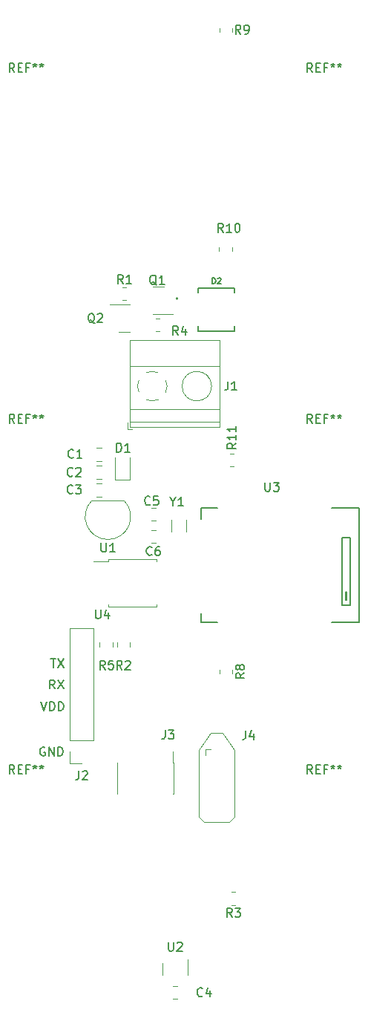
<source format=gbr>
%TF.GenerationSoftware,KiCad,Pcbnew,6.0.2+dfsg-1*%
%TF.CreationDate,2022-08-09T16:06:41+08:00*%
%TF.ProjectId,LightSwitch,4c696768-7453-4776-9974-63682e6b6963,rev?*%
%TF.SameCoordinates,Original*%
%TF.FileFunction,Legend,Top*%
%TF.FilePolarity,Positive*%
%FSLAX46Y46*%
G04 Gerber Fmt 4.6, Leading zero omitted, Abs format (unit mm)*
G04 Created by KiCad (PCBNEW 6.0.2+dfsg-1) date 2022-08-09 16:06:41*
%MOMM*%
%LPD*%
G01*
G04 APERTURE LIST*
%ADD10C,0.150000*%
%ADD11C,0.120000*%
%ADD12C,0.200000*%
%ADD13C,0.127000*%
G04 APERTURE END LIST*
D10*
X106125585Y-117254400D02*
X106030347Y-117206780D01*
X105887490Y-117206780D01*
X105744633Y-117254400D01*
X105649395Y-117349638D01*
X105601776Y-117444876D01*
X105554157Y-117635352D01*
X105554157Y-117778209D01*
X105601776Y-117968685D01*
X105649395Y-118063923D01*
X105744633Y-118159161D01*
X105887490Y-118206780D01*
X105982728Y-118206780D01*
X106125585Y-118159161D01*
X106173204Y-118111542D01*
X106173204Y-117778209D01*
X105982728Y-117778209D01*
X106601776Y-118206780D02*
X106601776Y-117206780D01*
X107173204Y-118206780D01*
X107173204Y-117206780D01*
X107649395Y-118206780D02*
X107649395Y-117206780D01*
X107887490Y-117206780D01*
X108030347Y-117254400D01*
X108125585Y-117349638D01*
X108173204Y-117444876D01*
X108220823Y-117635352D01*
X108220823Y-117778209D01*
X108173204Y-117968685D01*
X108125585Y-118063923D01*
X108030347Y-118159161D01*
X107887490Y-118206780D01*
X107649395Y-118206780D01*
X107268442Y-110535980D02*
X106935109Y-110059790D01*
X106697014Y-110535980D02*
X106697014Y-109535980D01*
X107077966Y-109535980D01*
X107173204Y-109583600D01*
X107220823Y-109631219D01*
X107268442Y-109726457D01*
X107268442Y-109869314D01*
X107220823Y-109964552D01*
X107173204Y-110012171D01*
X107077966Y-110059790D01*
X106697014Y-110059790D01*
X107601776Y-109535980D02*
X108268442Y-110535980D01*
X108268442Y-109535980D02*
X107601776Y-110535980D01*
X105700195Y-112025180D02*
X106033528Y-113025180D01*
X106366861Y-112025180D01*
X106700195Y-113025180D02*
X106700195Y-112025180D01*
X106938290Y-112025180D01*
X107081147Y-112072800D01*
X107176385Y-112168038D01*
X107224004Y-112263276D01*
X107271623Y-112453752D01*
X107271623Y-112596609D01*
X107224004Y-112787085D01*
X107176385Y-112882323D01*
X107081147Y-112977561D01*
X106938290Y-113025180D01*
X106700195Y-113025180D01*
X107700195Y-113025180D02*
X107700195Y-112025180D01*
X107938290Y-112025180D01*
X108081147Y-112072800D01*
X108176385Y-112168038D01*
X108224004Y-112263276D01*
X108271623Y-112453752D01*
X108271623Y-112596609D01*
X108224004Y-112787085D01*
X108176385Y-112882323D01*
X108081147Y-112977561D01*
X107938290Y-113025180D01*
X107700195Y-113025180D01*
X106792252Y-107148380D02*
X107363680Y-107148380D01*
X107077966Y-108148380D02*
X107077966Y-107148380D01*
X107601776Y-107148380D02*
X108268442Y-108148380D01*
X108268442Y-107148380D02*
X107601776Y-108148380D01*
%TO.C,U4*%
X111928695Y-101537380D02*
X111928695Y-102346904D01*
X111976314Y-102442142D01*
X112023933Y-102489761D01*
X112119171Y-102537380D01*
X112309647Y-102537380D01*
X112404885Y-102489761D01*
X112452504Y-102442142D01*
X112500123Y-102346904D01*
X112500123Y-101537380D01*
X113404885Y-101870714D02*
X113404885Y-102537380D01*
X113166790Y-101489761D02*
X112928695Y-102204047D01*
X113547742Y-102204047D01*
%TO.C,U3*%
X131267295Y-87031580D02*
X131267295Y-87841104D01*
X131314914Y-87936342D01*
X131362533Y-87983961D01*
X131457771Y-88031580D01*
X131648247Y-88031580D01*
X131743485Y-87983961D01*
X131791104Y-87936342D01*
X131838723Y-87841104D01*
X131838723Y-87031580D01*
X132219676Y-87031580D02*
X132838723Y-87031580D01*
X132505390Y-87412533D01*
X132648247Y-87412533D01*
X132743485Y-87460152D01*
X132791104Y-87507771D01*
X132838723Y-87603009D01*
X132838723Y-87841104D01*
X132791104Y-87936342D01*
X132743485Y-87983961D01*
X132648247Y-88031580D01*
X132362533Y-88031580D01*
X132267295Y-87983961D01*
X132219676Y-87936342D01*
%TO.C,C2*%
X109303733Y-86238742D02*
X109256114Y-86286361D01*
X109113257Y-86333980D01*
X109018019Y-86333980D01*
X108875161Y-86286361D01*
X108779923Y-86191123D01*
X108732304Y-86095885D01*
X108684685Y-85905409D01*
X108684685Y-85762552D01*
X108732304Y-85572076D01*
X108779923Y-85476838D01*
X108875161Y-85381600D01*
X109018019Y-85333980D01*
X109113257Y-85333980D01*
X109256114Y-85381600D01*
X109303733Y-85429219D01*
X109684685Y-85429219D02*
X109732304Y-85381600D01*
X109827542Y-85333980D01*
X110065638Y-85333980D01*
X110160876Y-85381600D01*
X110208495Y-85429219D01*
X110256114Y-85524457D01*
X110256114Y-85619695D01*
X110208495Y-85762552D01*
X109637066Y-86333980D01*
X110256114Y-86333980D01*
%TO.C,C6*%
X118349733Y-95251542D02*
X118302114Y-95299161D01*
X118159257Y-95346780D01*
X118064019Y-95346780D01*
X117921161Y-95299161D01*
X117825923Y-95203923D01*
X117778304Y-95108685D01*
X117730685Y-94918209D01*
X117730685Y-94775352D01*
X117778304Y-94584876D01*
X117825923Y-94489638D01*
X117921161Y-94394400D01*
X118064019Y-94346780D01*
X118159257Y-94346780D01*
X118302114Y-94394400D01*
X118349733Y-94442019D01*
X119206876Y-94346780D02*
X119016400Y-94346780D01*
X118921161Y-94394400D01*
X118873542Y-94442019D01*
X118778304Y-94584876D01*
X118730685Y-94775352D01*
X118730685Y-95156304D01*
X118778304Y-95251542D01*
X118825923Y-95299161D01*
X118921161Y-95346780D01*
X119111638Y-95346780D01*
X119206876Y-95299161D01*
X119254495Y-95251542D01*
X119302114Y-95156304D01*
X119302114Y-94918209D01*
X119254495Y-94822971D01*
X119206876Y-94775352D01*
X119111638Y-94727733D01*
X118921161Y-94727733D01*
X118825923Y-94775352D01*
X118778304Y-94822971D01*
X118730685Y-94918209D01*
%TO.C,C5*%
X118146533Y-89511142D02*
X118098914Y-89558761D01*
X117956057Y-89606380D01*
X117860819Y-89606380D01*
X117717961Y-89558761D01*
X117622723Y-89463523D01*
X117575104Y-89368285D01*
X117527485Y-89177809D01*
X117527485Y-89034952D01*
X117575104Y-88844476D01*
X117622723Y-88749238D01*
X117717961Y-88654000D01*
X117860819Y-88606380D01*
X117956057Y-88606380D01*
X118098914Y-88654000D01*
X118146533Y-88701619D01*
X119051295Y-88606380D02*
X118575104Y-88606380D01*
X118527485Y-89082571D01*
X118575104Y-89034952D01*
X118670342Y-88987333D01*
X118908438Y-88987333D01*
X119003676Y-89034952D01*
X119051295Y-89082571D01*
X119098914Y-89177809D01*
X119098914Y-89415904D01*
X119051295Y-89511142D01*
X119003676Y-89558761D01*
X118908438Y-89606380D01*
X118670342Y-89606380D01*
X118575104Y-89558761D01*
X118527485Y-89511142D01*
%TO.C,R11*%
X127960380Y-82557857D02*
X127484190Y-82891190D01*
X127960380Y-83129285D02*
X126960380Y-83129285D01*
X126960380Y-82748333D01*
X127008000Y-82653095D01*
X127055619Y-82605476D01*
X127150857Y-82557857D01*
X127293714Y-82557857D01*
X127388952Y-82605476D01*
X127436571Y-82653095D01*
X127484190Y-82748333D01*
X127484190Y-83129285D01*
X127960380Y-81605476D02*
X127960380Y-82176904D01*
X127960380Y-81891190D02*
X126960380Y-81891190D01*
X127103238Y-81986428D01*
X127198476Y-82081666D01*
X127246095Y-82176904D01*
X127960380Y-80653095D02*
X127960380Y-81224523D01*
X127960380Y-80938809D02*
X126960380Y-80938809D01*
X127103238Y-81034047D01*
X127198476Y-81129285D01*
X127246095Y-81224523D01*
%TO.C,J3*%
X119859466Y-115276380D02*
X119859466Y-115990666D01*
X119811847Y-116133523D01*
X119716609Y-116228761D01*
X119573752Y-116276380D01*
X119478514Y-116276380D01*
X120240419Y-115276380D02*
X120859466Y-115276380D01*
X120526133Y-115657333D01*
X120668990Y-115657333D01*
X120764228Y-115704952D01*
X120811847Y-115752571D01*
X120859466Y-115847809D01*
X120859466Y-116085904D01*
X120811847Y-116181142D01*
X120764228Y-116228761D01*
X120668990Y-116276380D01*
X120383276Y-116276380D01*
X120288038Y-116228761D01*
X120240419Y-116181142D01*
%TO.C,R1*%
X115046583Y-64356880D02*
X114713250Y-63880690D01*
X114475154Y-64356880D02*
X114475154Y-63356880D01*
X114856107Y-63356880D01*
X114951345Y-63404500D01*
X114998964Y-63452119D01*
X115046583Y-63547357D01*
X115046583Y-63690214D01*
X114998964Y-63785452D01*
X114951345Y-63833071D01*
X114856107Y-63880690D01*
X114475154Y-63880690D01*
X115998964Y-64356880D02*
X115427535Y-64356880D01*
X115713250Y-64356880D02*
X115713250Y-63356880D01*
X115618011Y-63499738D01*
X115522773Y-63594976D01*
X115427535Y-63642595D01*
%TO.C,REF\u002A\u002A*%
X102666666Y-80252380D02*
X102333333Y-79776190D01*
X102095238Y-80252380D02*
X102095238Y-79252380D01*
X102476190Y-79252380D01*
X102571428Y-79300000D01*
X102619047Y-79347619D01*
X102666666Y-79442857D01*
X102666666Y-79585714D01*
X102619047Y-79680952D01*
X102571428Y-79728571D01*
X102476190Y-79776190D01*
X102095238Y-79776190D01*
X103095238Y-79728571D02*
X103428571Y-79728571D01*
X103571428Y-80252380D02*
X103095238Y-80252380D01*
X103095238Y-79252380D01*
X103571428Y-79252380D01*
X104333333Y-79728571D02*
X104000000Y-79728571D01*
X104000000Y-80252380D02*
X104000000Y-79252380D01*
X104476190Y-79252380D01*
X105000000Y-79252380D02*
X105000000Y-79490476D01*
X104761904Y-79395238D02*
X105000000Y-79490476D01*
X105238095Y-79395238D01*
X104857142Y-79680952D02*
X105000000Y-79490476D01*
X105142857Y-79680952D01*
X105761904Y-79252380D02*
X105761904Y-79490476D01*
X105523809Y-79395238D02*
X105761904Y-79490476D01*
X106000000Y-79395238D01*
X105619047Y-79680952D02*
X105761904Y-79490476D01*
X105904761Y-79680952D01*
%TO.C,R2*%
X114946133Y-108351580D02*
X114612800Y-107875390D01*
X114374704Y-108351580D02*
X114374704Y-107351580D01*
X114755657Y-107351580D01*
X114850895Y-107399200D01*
X114898514Y-107446819D01*
X114946133Y-107542057D01*
X114946133Y-107684914D01*
X114898514Y-107780152D01*
X114850895Y-107827771D01*
X114755657Y-107875390D01*
X114374704Y-107875390D01*
X115327085Y-107446819D02*
X115374704Y-107399200D01*
X115469942Y-107351580D01*
X115708038Y-107351580D01*
X115803276Y-107399200D01*
X115850895Y-107446819D01*
X115898514Y-107542057D01*
X115898514Y-107637295D01*
X115850895Y-107780152D01*
X115279466Y-108351580D01*
X115898514Y-108351580D01*
%TO.C,D1*%
X114320304Y-83539980D02*
X114320304Y-82539980D01*
X114558400Y-82539980D01*
X114701257Y-82587600D01*
X114796495Y-82682838D01*
X114844114Y-82778076D01*
X114891733Y-82968552D01*
X114891733Y-83111409D01*
X114844114Y-83301885D01*
X114796495Y-83397123D01*
X114701257Y-83492361D01*
X114558400Y-83539980D01*
X114320304Y-83539980D01*
X115844114Y-83539980D02*
X115272685Y-83539980D01*
X115558400Y-83539980D02*
X115558400Y-82539980D01*
X115463161Y-82682838D01*
X115367923Y-82778076D01*
X115272685Y-82825695D01*
%TO.C,R3*%
X127491833Y-136569980D02*
X127158500Y-136093790D01*
X126920404Y-136569980D02*
X126920404Y-135569980D01*
X127301357Y-135569980D01*
X127396595Y-135617600D01*
X127444214Y-135665219D01*
X127491833Y-135760457D01*
X127491833Y-135903314D01*
X127444214Y-135998552D01*
X127396595Y-136046171D01*
X127301357Y-136093790D01*
X126920404Y-136093790D01*
X127825166Y-135569980D02*
X128444214Y-135569980D01*
X128110880Y-135950933D01*
X128253738Y-135950933D01*
X128348976Y-135998552D01*
X128396595Y-136046171D01*
X128444214Y-136141409D01*
X128444214Y-136379504D01*
X128396595Y-136474742D01*
X128348976Y-136522361D01*
X128253738Y-136569980D01*
X127968023Y-136569980D01*
X127872785Y-136522361D01*
X127825166Y-136474742D01*
%TO.C,J4*%
X129054266Y-115327180D02*
X129054266Y-116041466D01*
X129006647Y-116184323D01*
X128911409Y-116279561D01*
X128768552Y-116327180D01*
X128673314Y-116327180D01*
X129959028Y-115660514D02*
X129959028Y-116327180D01*
X129720933Y-115279561D02*
X129482838Y-115993847D01*
X130101885Y-115993847D01*
%TO.C,R8*%
X128902380Y-108766666D02*
X128426190Y-109100000D01*
X128902380Y-109338095D02*
X127902380Y-109338095D01*
X127902380Y-108957142D01*
X127950000Y-108861904D01*
X127997619Y-108814285D01*
X128092857Y-108766666D01*
X128235714Y-108766666D01*
X128330952Y-108814285D01*
X128378571Y-108861904D01*
X128426190Y-108957142D01*
X128426190Y-109338095D01*
X128330952Y-108195238D02*
X128283333Y-108290476D01*
X128235714Y-108338095D01*
X128140476Y-108385714D01*
X128092857Y-108385714D01*
X127997619Y-108338095D01*
X127950000Y-108290476D01*
X127902380Y-108195238D01*
X127902380Y-108004761D01*
X127950000Y-107909523D01*
X127997619Y-107861904D01*
X128092857Y-107814285D01*
X128140476Y-107814285D01*
X128235714Y-107861904D01*
X128283333Y-107909523D01*
X128330952Y-108004761D01*
X128330952Y-108195238D01*
X128378571Y-108290476D01*
X128426190Y-108338095D01*
X128521428Y-108385714D01*
X128711904Y-108385714D01*
X128807142Y-108338095D01*
X128854761Y-108290476D01*
X128902380Y-108195238D01*
X128902380Y-108004761D01*
X128854761Y-107909523D01*
X128807142Y-107861904D01*
X128711904Y-107814285D01*
X128521428Y-107814285D01*
X128426190Y-107861904D01*
X128378571Y-107909523D01*
X128330952Y-108004761D01*
%TO.C,R4*%
X121346933Y-70200780D02*
X121013600Y-69724590D01*
X120775504Y-70200780D02*
X120775504Y-69200780D01*
X121156457Y-69200780D01*
X121251695Y-69248400D01*
X121299314Y-69296019D01*
X121346933Y-69391257D01*
X121346933Y-69534114D01*
X121299314Y-69629352D01*
X121251695Y-69676971D01*
X121156457Y-69724590D01*
X120775504Y-69724590D01*
X122204076Y-69534114D02*
X122204076Y-70200780D01*
X121965980Y-69153161D02*
X121727885Y-69867447D01*
X122346933Y-69867447D01*
%TO.C,J1*%
X127022266Y-75499980D02*
X127022266Y-76214266D01*
X126974647Y-76357123D01*
X126879409Y-76452361D01*
X126736552Y-76499980D01*
X126641314Y-76499980D01*
X128022266Y-76499980D02*
X127450838Y-76499980D01*
X127736552Y-76499980D02*
X127736552Y-75499980D01*
X127641314Y-75642838D01*
X127546076Y-75738076D01*
X127450838Y-75785695D01*
%TO.C,R5*%
X113015733Y-108351580D02*
X112682400Y-107875390D01*
X112444304Y-108351580D02*
X112444304Y-107351580D01*
X112825257Y-107351580D01*
X112920495Y-107399200D01*
X112968114Y-107446819D01*
X113015733Y-107542057D01*
X113015733Y-107684914D01*
X112968114Y-107780152D01*
X112920495Y-107827771D01*
X112825257Y-107875390D01*
X112444304Y-107875390D01*
X113920495Y-107351580D02*
X113444304Y-107351580D01*
X113396685Y-107827771D01*
X113444304Y-107780152D01*
X113539542Y-107732533D01*
X113777638Y-107732533D01*
X113872876Y-107780152D01*
X113920495Y-107827771D01*
X113968114Y-107923009D01*
X113968114Y-108161104D01*
X113920495Y-108256342D01*
X113872876Y-108303961D01*
X113777638Y-108351580D01*
X113539542Y-108351580D01*
X113444304Y-108303961D01*
X113396685Y-108256342D01*
%TO.C,U1*%
X112572895Y-93944380D02*
X112572895Y-94753904D01*
X112620514Y-94849142D01*
X112668133Y-94896761D01*
X112763371Y-94944380D01*
X112953847Y-94944380D01*
X113049085Y-94896761D01*
X113096704Y-94849142D01*
X113144323Y-94753904D01*
X113144323Y-93944380D01*
X114144323Y-94944380D02*
X113572895Y-94944380D01*
X113858609Y-94944380D02*
X113858609Y-93944380D01*
X113763371Y-94087238D01*
X113668133Y-94182476D01*
X113572895Y-94230095D01*
%TO.C,J2*%
X110004266Y-119925980D02*
X110004266Y-120640266D01*
X109956647Y-120783123D01*
X109861409Y-120878361D01*
X109718552Y-120925980D01*
X109623314Y-120925980D01*
X110432838Y-120021219D02*
X110480457Y-119973600D01*
X110575695Y-119925980D01*
X110813790Y-119925980D01*
X110909028Y-119973600D01*
X110956647Y-120021219D01*
X111004266Y-120116457D01*
X111004266Y-120211695D01*
X110956647Y-120354552D01*
X110385219Y-120925980D01*
X111004266Y-120925980D01*
%TO.C,U2*%
X120238095Y-139452380D02*
X120238095Y-140261904D01*
X120285714Y-140357142D01*
X120333333Y-140404761D01*
X120428571Y-140452380D01*
X120619047Y-140452380D01*
X120714285Y-140404761D01*
X120761904Y-140357142D01*
X120809523Y-140261904D01*
X120809523Y-139452380D01*
X121238095Y-139547619D02*
X121285714Y-139500000D01*
X121380952Y-139452380D01*
X121619047Y-139452380D01*
X121714285Y-139500000D01*
X121761904Y-139547619D01*
X121809523Y-139642857D01*
X121809523Y-139738095D01*
X121761904Y-139880952D01*
X121190476Y-140452380D01*
X121809523Y-140452380D01*
%TO.C,R10*%
X126484142Y-58491380D02*
X126150809Y-58015190D01*
X125912714Y-58491380D02*
X125912714Y-57491380D01*
X126293666Y-57491380D01*
X126388904Y-57539000D01*
X126436523Y-57586619D01*
X126484142Y-57681857D01*
X126484142Y-57824714D01*
X126436523Y-57919952D01*
X126388904Y-57967571D01*
X126293666Y-58015190D01*
X125912714Y-58015190D01*
X127436523Y-58491380D02*
X126865095Y-58491380D01*
X127150809Y-58491380D02*
X127150809Y-57491380D01*
X127055571Y-57634238D01*
X126960333Y-57729476D01*
X126865095Y-57777095D01*
X128055571Y-57491380D02*
X128150809Y-57491380D01*
X128246047Y-57539000D01*
X128293666Y-57586619D01*
X128341285Y-57681857D01*
X128388904Y-57872333D01*
X128388904Y-58110428D01*
X128341285Y-58300904D01*
X128293666Y-58396142D01*
X128246047Y-58443761D01*
X128150809Y-58491380D01*
X128055571Y-58491380D01*
X127960333Y-58443761D01*
X127912714Y-58396142D01*
X127865095Y-58300904D01*
X127817476Y-58110428D01*
X127817476Y-57872333D01*
X127865095Y-57681857D01*
X127912714Y-57586619D01*
X127960333Y-57539000D01*
X128055571Y-57491380D01*
%TO.C,Y1*%
X120758009Y-89225990D02*
X120758009Y-89702180D01*
X120424676Y-88702180D02*
X120758009Y-89225990D01*
X121091342Y-88702180D01*
X121948485Y-89702180D02*
X121377057Y-89702180D01*
X121662771Y-89702180D02*
X121662771Y-88702180D01*
X121567533Y-88845038D01*
X121472295Y-88940276D01*
X121377057Y-88987895D01*
%TO.C,R9*%
X128484333Y-35885380D02*
X128151000Y-35409190D01*
X127912904Y-35885380D02*
X127912904Y-34885380D01*
X128293857Y-34885380D01*
X128389095Y-34933000D01*
X128436714Y-34980619D01*
X128484333Y-35075857D01*
X128484333Y-35218714D01*
X128436714Y-35313952D01*
X128389095Y-35361571D01*
X128293857Y-35409190D01*
X127912904Y-35409190D01*
X128960523Y-35885380D02*
X129151000Y-35885380D01*
X129246238Y-35837761D01*
X129293857Y-35790142D01*
X129389095Y-35647285D01*
X129436714Y-35456809D01*
X129436714Y-35075857D01*
X129389095Y-34980619D01*
X129341476Y-34933000D01*
X129246238Y-34885380D01*
X129055761Y-34885380D01*
X128960523Y-34933000D01*
X128912904Y-34980619D01*
X128865285Y-35075857D01*
X128865285Y-35313952D01*
X128912904Y-35409190D01*
X128960523Y-35456809D01*
X129055761Y-35504428D01*
X129246238Y-35504428D01*
X129341476Y-35456809D01*
X129389095Y-35409190D01*
X129436714Y-35313952D01*
%TO.C,REF\u002A\u002A*%
X136666666Y-80252380D02*
X136333333Y-79776190D01*
X136095238Y-80252380D02*
X136095238Y-79252380D01*
X136476190Y-79252380D01*
X136571428Y-79300000D01*
X136619047Y-79347619D01*
X136666666Y-79442857D01*
X136666666Y-79585714D01*
X136619047Y-79680952D01*
X136571428Y-79728571D01*
X136476190Y-79776190D01*
X136095238Y-79776190D01*
X137095238Y-79728571D02*
X137428571Y-79728571D01*
X137571428Y-80252380D02*
X137095238Y-80252380D01*
X137095238Y-79252380D01*
X137571428Y-79252380D01*
X138333333Y-79728571D02*
X138000000Y-79728571D01*
X138000000Y-80252380D02*
X138000000Y-79252380D01*
X138476190Y-79252380D01*
X139000000Y-79252380D02*
X139000000Y-79490476D01*
X138761904Y-79395238D02*
X139000000Y-79490476D01*
X139238095Y-79395238D01*
X138857142Y-79680952D02*
X139000000Y-79490476D01*
X139142857Y-79680952D01*
X139761904Y-79252380D02*
X139761904Y-79490476D01*
X139523809Y-79395238D02*
X139761904Y-79490476D01*
X140000000Y-79395238D01*
X139619047Y-79680952D02*
X139761904Y-79490476D01*
X139904761Y-79680952D01*
%TO.C,Q2*%
X111817161Y-68873619D02*
X111721923Y-68826000D01*
X111626685Y-68730761D01*
X111483828Y-68587904D01*
X111388590Y-68540285D01*
X111293352Y-68540285D01*
X111340971Y-68778380D02*
X111245733Y-68730761D01*
X111150495Y-68635523D01*
X111102876Y-68445047D01*
X111102876Y-68111714D01*
X111150495Y-67921238D01*
X111245733Y-67826000D01*
X111340971Y-67778380D01*
X111531447Y-67778380D01*
X111626685Y-67826000D01*
X111721923Y-67921238D01*
X111769542Y-68111714D01*
X111769542Y-68445047D01*
X111721923Y-68635523D01*
X111626685Y-68730761D01*
X111531447Y-68778380D01*
X111340971Y-68778380D01*
X112150495Y-67873619D02*
X112198114Y-67826000D01*
X112293352Y-67778380D01*
X112531447Y-67778380D01*
X112626685Y-67826000D01*
X112674304Y-67873619D01*
X112721923Y-67968857D01*
X112721923Y-68064095D01*
X112674304Y-68206952D01*
X112102876Y-68778380D01*
X112721923Y-68778380D01*
%TO.C,Q1*%
X118877211Y-64502919D02*
X118781973Y-64455300D01*
X118686735Y-64360061D01*
X118543878Y-64217204D01*
X118448640Y-64169585D01*
X118353402Y-64169585D01*
X118401021Y-64407680D02*
X118305783Y-64360061D01*
X118210545Y-64264823D01*
X118162926Y-64074347D01*
X118162926Y-63741014D01*
X118210545Y-63550538D01*
X118305783Y-63455300D01*
X118401021Y-63407680D01*
X118591497Y-63407680D01*
X118686735Y-63455300D01*
X118781973Y-63550538D01*
X118829592Y-63741014D01*
X118829592Y-64074347D01*
X118781973Y-64264823D01*
X118686735Y-64360061D01*
X118591497Y-64407680D01*
X118401021Y-64407680D01*
X119781973Y-64407680D02*
X119210545Y-64407680D01*
X119496259Y-64407680D02*
X119496259Y-63407680D01*
X119401021Y-63550538D01*
X119305783Y-63645776D01*
X119210545Y-63693395D01*
%TO.C,C1*%
X109405333Y-84155942D02*
X109357714Y-84203561D01*
X109214857Y-84251180D01*
X109119619Y-84251180D01*
X108976761Y-84203561D01*
X108881523Y-84108323D01*
X108833904Y-84013085D01*
X108786285Y-83822609D01*
X108786285Y-83679752D01*
X108833904Y-83489276D01*
X108881523Y-83394038D01*
X108976761Y-83298800D01*
X109119619Y-83251180D01*
X109214857Y-83251180D01*
X109357714Y-83298800D01*
X109405333Y-83346419D01*
X110357714Y-84251180D02*
X109786285Y-84251180D01*
X110072000Y-84251180D02*
X110072000Y-83251180D01*
X109976761Y-83394038D01*
X109881523Y-83489276D01*
X109786285Y-83536895D01*
%TO.C,C3*%
X109303733Y-88219942D02*
X109256114Y-88267561D01*
X109113257Y-88315180D01*
X109018019Y-88315180D01*
X108875161Y-88267561D01*
X108779923Y-88172323D01*
X108732304Y-88077085D01*
X108684685Y-87886609D01*
X108684685Y-87743752D01*
X108732304Y-87553276D01*
X108779923Y-87458038D01*
X108875161Y-87362800D01*
X109018019Y-87315180D01*
X109113257Y-87315180D01*
X109256114Y-87362800D01*
X109303733Y-87410419D01*
X109637066Y-87315180D02*
X110256114Y-87315180D01*
X109922780Y-87696133D01*
X110065638Y-87696133D01*
X110160876Y-87743752D01*
X110208495Y-87791371D01*
X110256114Y-87886609D01*
X110256114Y-88124704D01*
X110208495Y-88219942D01*
X110160876Y-88267561D01*
X110065638Y-88315180D01*
X109779923Y-88315180D01*
X109684685Y-88267561D01*
X109637066Y-88219942D01*
%TO.C,REF\u002A\u002A*%
X102666666Y-40252380D02*
X102333333Y-39776190D01*
X102095238Y-40252380D02*
X102095238Y-39252380D01*
X102476190Y-39252380D01*
X102571428Y-39300000D01*
X102619047Y-39347619D01*
X102666666Y-39442857D01*
X102666666Y-39585714D01*
X102619047Y-39680952D01*
X102571428Y-39728571D01*
X102476190Y-39776190D01*
X102095238Y-39776190D01*
X103095238Y-39728571D02*
X103428571Y-39728571D01*
X103571428Y-40252380D02*
X103095238Y-40252380D01*
X103095238Y-39252380D01*
X103571428Y-39252380D01*
X104333333Y-39728571D02*
X104000000Y-39728571D01*
X104000000Y-40252380D02*
X104000000Y-39252380D01*
X104476190Y-39252380D01*
X105000000Y-39252380D02*
X105000000Y-39490476D01*
X104761904Y-39395238D02*
X105000000Y-39490476D01*
X105238095Y-39395238D01*
X104857142Y-39680952D02*
X105000000Y-39490476D01*
X105142857Y-39680952D01*
X105761904Y-39252380D02*
X105761904Y-39490476D01*
X105523809Y-39395238D02*
X105761904Y-39490476D01*
X106000000Y-39395238D01*
X105619047Y-39680952D02*
X105761904Y-39490476D01*
X105904761Y-39680952D01*
%TO.C,D2*%
X125256784Y-64348835D02*
X125256784Y-63707704D01*
X125409434Y-63707704D01*
X125501024Y-63738234D01*
X125562084Y-63799294D01*
X125592614Y-63860354D01*
X125623144Y-63982474D01*
X125623144Y-64074065D01*
X125592614Y-64196185D01*
X125562084Y-64257245D01*
X125501024Y-64318305D01*
X125409434Y-64348835D01*
X125256784Y-64348835D01*
X125867385Y-63768764D02*
X125897915Y-63738234D01*
X125958975Y-63707704D01*
X126111625Y-63707704D01*
X126172685Y-63738234D01*
X126203215Y-63768764D01*
X126233745Y-63829824D01*
X126233745Y-63890884D01*
X126203215Y-63982474D01*
X125836855Y-64348835D01*
X126233745Y-64348835D01*
%TO.C,C4*%
X124133333Y-145557142D02*
X124085714Y-145604761D01*
X123942857Y-145652380D01*
X123847619Y-145652380D01*
X123704761Y-145604761D01*
X123609523Y-145509523D01*
X123561904Y-145414285D01*
X123514285Y-145223809D01*
X123514285Y-145080952D01*
X123561904Y-144890476D01*
X123609523Y-144795238D01*
X123704761Y-144700000D01*
X123847619Y-144652380D01*
X123942857Y-144652380D01*
X124085714Y-144700000D01*
X124133333Y-144747619D01*
X124990476Y-144985714D02*
X124990476Y-145652380D01*
X124752380Y-144604761D02*
X124514285Y-145319047D01*
X125133333Y-145319047D01*
%TO.C,REF\u002A\u002A*%
X102666666Y-120252380D02*
X102333333Y-119776190D01*
X102095238Y-120252380D02*
X102095238Y-119252380D01*
X102476190Y-119252380D01*
X102571428Y-119300000D01*
X102619047Y-119347619D01*
X102666666Y-119442857D01*
X102666666Y-119585714D01*
X102619047Y-119680952D01*
X102571428Y-119728571D01*
X102476190Y-119776190D01*
X102095238Y-119776190D01*
X103095238Y-119728571D02*
X103428571Y-119728571D01*
X103571428Y-120252380D02*
X103095238Y-120252380D01*
X103095238Y-119252380D01*
X103571428Y-119252380D01*
X104333333Y-119728571D02*
X104000000Y-119728571D01*
X104000000Y-120252380D02*
X104000000Y-119252380D01*
X104476190Y-119252380D01*
X105000000Y-119252380D02*
X105000000Y-119490476D01*
X104761904Y-119395238D02*
X105000000Y-119490476D01*
X105238095Y-119395238D01*
X104857142Y-119680952D02*
X105000000Y-119490476D01*
X105142857Y-119680952D01*
X105761904Y-119252380D02*
X105761904Y-119490476D01*
X105523809Y-119395238D02*
X105761904Y-119490476D01*
X106000000Y-119395238D01*
X105619047Y-119680952D02*
X105761904Y-119490476D01*
X105904761Y-119680952D01*
X136666666Y-40252380D02*
X136333333Y-39776190D01*
X136095238Y-40252380D02*
X136095238Y-39252380D01*
X136476190Y-39252380D01*
X136571428Y-39300000D01*
X136619047Y-39347619D01*
X136666666Y-39442857D01*
X136666666Y-39585714D01*
X136619047Y-39680952D01*
X136571428Y-39728571D01*
X136476190Y-39776190D01*
X136095238Y-39776190D01*
X137095238Y-39728571D02*
X137428571Y-39728571D01*
X137571428Y-40252380D02*
X137095238Y-40252380D01*
X137095238Y-39252380D01*
X137571428Y-39252380D01*
X138333333Y-39728571D02*
X138000000Y-39728571D01*
X138000000Y-40252380D02*
X138000000Y-39252380D01*
X138476190Y-39252380D01*
X139000000Y-39252380D02*
X139000000Y-39490476D01*
X138761904Y-39395238D02*
X139000000Y-39490476D01*
X139238095Y-39395238D01*
X138857142Y-39680952D02*
X139000000Y-39490476D01*
X139142857Y-39680952D01*
X139761904Y-39252380D02*
X139761904Y-39490476D01*
X139523809Y-39395238D02*
X139761904Y-39490476D01*
X140000000Y-39395238D01*
X139619047Y-39680952D02*
X139761904Y-39490476D01*
X139904761Y-39680952D01*
X136666666Y-120252380D02*
X136333333Y-119776190D01*
X136095238Y-120252380D02*
X136095238Y-119252380D01*
X136476190Y-119252380D01*
X136571428Y-119300000D01*
X136619047Y-119347619D01*
X136666666Y-119442857D01*
X136666666Y-119585714D01*
X136619047Y-119680952D01*
X136571428Y-119728571D01*
X136476190Y-119776190D01*
X136095238Y-119776190D01*
X137095238Y-119728571D02*
X137428571Y-119728571D01*
X137571428Y-120252380D02*
X137095238Y-120252380D01*
X137095238Y-119252380D01*
X137571428Y-119252380D01*
X138333333Y-119728571D02*
X138000000Y-119728571D01*
X138000000Y-120252380D02*
X138000000Y-119252380D01*
X138476190Y-119252380D01*
X139000000Y-119252380D02*
X139000000Y-119490476D01*
X138761904Y-119395238D02*
X139000000Y-119490476D01*
X139238095Y-119395238D01*
X138857142Y-119680952D02*
X139000000Y-119490476D01*
X139142857Y-119680952D01*
X139761904Y-119252380D02*
X139761904Y-119490476D01*
X139523809Y-119395238D02*
X139761904Y-119490476D01*
X140000000Y-119395238D01*
X139619047Y-119680952D02*
X139761904Y-119490476D01*
X139904761Y-119680952D01*
D11*
%TO.C,U4*%
X116128800Y-95776200D02*
X113378800Y-95776200D01*
X118878800Y-101226200D02*
X118878800Y-100966200D01*
X116128800Y-101226200D02*
X113378800Y-101226200D01*
X113378800Y-101226200D02*
X113378800Y-100966200D01*
X113378800Y-96036200D02*
X111728800Y-96036200D01*
X116128800Y-95776200D02*
X118878800Y-95776200D01*
X113378800Y-95776200D02*
X113378800Y-96036200D01*
X118878800Y-95776200D02*
X118878800Y-96036200D01*
X116128800Y-101226200D02*
X118878800Y-101226200D01*
D10*
%TO.C,U3*%
X123969700Y-91219200D02*
X123969700Y-89969200D01*
D12*
X140020879Y-101030235D02*
X140020879Y-93360322D01*
D10*
X123969700Y-102969200D02*
X123969700Y-101969200D01*
X141969700Y-102969200D02*
X138859700Y-102969200D01*
X141969700Y-89969200D02*
X141969700Y-102969200D01*
X138859700Y-89969200D02*
X141969700Y-89969200D01*
X125859700Y-102969200D02*
X123969700Y-102969200D01*
D12*
X140580966Y-100450032D02*
X140480891Y-100450032D01*
X140960918Y-101030235D02*
X140020879Y-101030235D01*
X140480891Y-100450032D02*
X140480891Y-99459956D01*
X140580966Y-99459956D02*
X140580966Y-100450032D01*
D10*
X123969700Y-89969200D02*
X125859700Y-89969200D01*
D12*
X140960918Y-93360322D02*
X140960918Y-101030235D01*
X140480891Y-99459956D02*
X140580966Y-99459956D01*
X140020879Y-93360322D02*
X140960918Y-93360322D01*
D11*
%TO.C,C2*%
X112580052Y-85121400D02*
X112057548Y-85121400D01*
X112580052Y-86591400D02*
X112057548Y-86591400D01*
%TO.C,C6*%
X118777652Y-93953000D02*
X118255148Y-93953000D01*
X118777652Y-92483000D02*
X118255148Y-92483000D01*
%TO.C,C5*%
X118777652Y-89943000D02*
X118255148Y-89943000D01*
X118777652Y-91413000D02*
X118255148Y-91413000D01*
%TO.C,R11*%
X127684264Y-85215400D02*
X127230136Y-85215400D01*
X127684264Y-83745400D02*
X127230136Y-83745400D01*
%TO.C,J3*%
X114432000Y-119012000D02*
X114367000Y-119012000D01*
X114367000Y-119012000D02*
X114367000Y-122542000D01*
X114432000Y-122542000D02*
X114367000Y-122542000D01*
X120837000Y-119012000D02*
X120837000Y-122542000D01*
X120837000Y-122542000D02*
X120772000Y-122542000D01*
X120837000Y-119012000D02*
X120772000Y-119012000D01*
X120772000Y-117687000D02*
X120772000Y-119012000D01*
%TO.C,R1*%
X115414914Y-66267000D02*
X114960786Y-66267000D01*
X115414914Y-64797000D02*
X114960786Y-64797000D01*
%TO.C,R2*%
X114377800Y-105284536D02*
X114377800Y-105738664D01*
X115847800Y-105284536D02*
X115847800Y-105738664D01*
%TO.C,D1*%
X115861200Y-86746800D02*
X115861200Y-84196800D01*
X114161200Y-86746800D02*
X115861200Y-86746800D01*
X114161200Y-86746800D02*
X114161200Y-84196800D01*
%TO.C,R3*%
X127885564Y-135202600D02*
X127431436Y-135202600D01*
X127885564Y-133732600D02*
X127431436Y-133732600D01*
%TO.C,J4*%
X127180000Y-125730000D02*
X124280000Y-125730000D01*
X124460000Y-118110000D02*
X124460000Y-117475000D01*
X127780000Y-117550000D02*
X127780000Y-125130000D01*
X123680000Y-125130000D02*
X123680000Y-117550000D01*
X123680000Y-125130000D02*
X124280000Y-125730000D01*
X124460000Y-117475000D02*
X125095000Y-117475000D01*
X126380000Y-115570000D02*
X127780000Y-117550000D01*
X123680000Y-117550000D02*
X125080000Y-115570000D01*
X127780000Y-125130000D02*
X127180000Y-125730000D01*
X125080000Y-115570000D02*
X126380000Y-115570000D01*
%TO.C,R8*%
X127535000Y-108372936D02*
X127535000Y-108827064D01*
X126065000Y-108372936D02*
X126065000Y-108827064D01*
%TO.C,R4*%
X119250314Y-68351100D02*
X118796186Y-68351100D01*
X119250314Y-69821100D02*
X118796186Y-69821100D01*
%TO.C,J1*%
X115800000Y-80147600D02*
X126080000Y-80147600D01*
X115800000Y-70786600D02*
X126080000Y-70786600D01*
X124550000Y-74772600D02*
X124515000Y-74808600D01*
X115560000Y-80947600D02*
X116060000Y-80947600D01*
X115800000Y-80707600D02*
X126080000Y-80707600D01*
X122253000Y-77070600D02*
X122206000Y-77116600D01*
X126080000Y-70786600D02*
X126080000Y-80707600D01*
X124755000Y-74978600D02*
X124708000Y-75024600D01*
X122446000Y-77286600D02*
X122411000Y-77321600D01*
X115800000Y-70786600D02*
X115800000Y-80707600D01*
X115800000Y-78647600D02*
X126080000Y-78647600D01*
X115560000Y-80207600D02*
X115560000Y-80947600D01*
X115800000Y-73746600D02*
X126080000Y-73746600D01*
X118400000Y-77727600D02*
G75*
G03*
X119083318Y-77582356I1J1679992D01*
G01*
X119935000Y-76731600D02*
G75*
G03*
X119935427Y-75364558I-1534993J684001D01*
G01*
X116865000Y-75363600D02*
G75*
G03*
X116864573Y-76730642I1534993J-684001D01*
G01*
X119084000Y-74512600D02*
G75*
G03*
X117716958Y-74512173I-684001J-1534993D01*
G01*
X117716000Y-77582600D02*
G75*
G03*
X118428805Y-77727853I683999J1535001D01*
G01*
X125160000Y-76047600D02*
G75*
G03*
X125160000Y-76047600I-1680000J0D01*
G01*
%TO.C,R5*%
X113866600Y-105284536D02*
X113866600Y-105738664D01*
X112396600Y-105284536D02*
X112396600Y-105738664D01*
%TO.C,U1*%
X115134800Y-89082000D02*
X111534800Y-89082000D01*
X111496322Y-89093522D02*
G75*
G03*
X113334800Y-93532000I1838478J-1838478D01*
G01*
X113334800Y-93532001D02*
G75*
G03*
X115173278Y-89093522I0J2600001D01*
G01*
%TO.C,J2*%
X111667600Y-116433600D02*
X111667600Y-103673600D01*
X110337600Y-119033600D02*
X109007600Y-119033600D01*
X111667600Y-103673600D02*
X109007600Y-103673600D01*
X109007600Y-119033600D02*
X109007600Y-117703600D01*
X109007600Y-116433600D02*
X109007600Y-103673600D01*
X111667600Y-116433600D02*
X109007600Y-116433600D01*
%TO.C,U2*%
X122410000Y-141410000D02*
X122410000Y-143150000D01*
X119590000Y-141850000D02*
X119590000Y-143150000D01*
%TO.C,R10*%
X126036400Y-60627064D02*
X126036400Y-60172936D01*
X127506400Y-60627064D02*
X127506400Y-60172936D01*
%TO.C,Y1*%
X120541400Y-92603000D02*
X120541400Y-91253000D01*
X122291400Y-92603000D02*
X122291400Y-91253000D01*
%TO.C,R9*%
X127531800Y-35660064D02*
X127531800Y-35205936D01*
X126061800Y-35660064D02*
X126061800Y-35205936D01*
%TO.C,Q2*%
X115187850Y-66766000D02*
X113512850Y-66766000D01*
X115187850Y-66766000D02*
X115837850Y-66766000D01*
X115187850Y-69886000D02*
X114537850Y-69886000D01*
X115187850Y-69886000D02*
X115837850Y-69886000D01*
%TO.C,Q1*%
X119074050Y-64732100D02*
X118424050Y-64732100D01*
X119074050Y-64732100D02*
X119724050Y-64732100D01*
X119074050Y-67852100D02*
X118424050Y-67852100D01*
X119074050Y-67852100D02*
X120749050Y-67852100D01*
%TO.C,C1*%
X112580052Y-83089400D02*
X112057548Y-83089400D01*
X112580052Y-84559400D02*
X112057548Y-84559400D01*
%TO.C,C3*%
X112057548Y-88623400D02*
X112580052Y-88623400D01*
X112057548Y-87153400D02*
X112580052Y-87153400D01*
D13*
%TO.C,D2*%
X123607700Y-69790000D02*
X127807700Y-69790000D01*
X127807700Y-64830000D02*
X127807700Y-65410000D01*
X123607700Y-64830000D02*
X127807700Y-64830000D01*
X123607700Y-65360000D02*
X123607700Y-64830000D01*
X127807700Y-69790000D02*
X127807700Y-69210000D01*
X123607700Y-69210000D02*
X123607700Y-69790000D01*
D12*
X121307700Y-66060000D02*
G75*
G03*
X121307700Y-66060000I-100000J0D01*
G01*
D11*
%TO.C,C4*%
X121261252Y-145935000D02*
X120738748Y-145935000D01*
X121261252Y-144465000D02*
X120738748Y-144465000D01*
%TD*%
M02*

</source>
